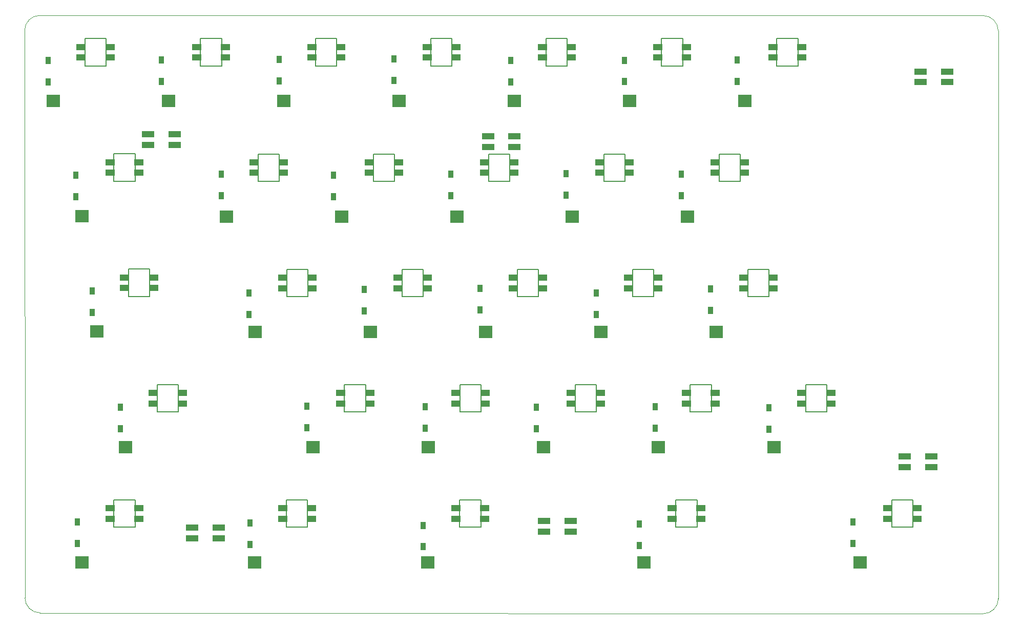
<source format=gtp>
G04 #@! TF.GenerationSoftware,KiCad,Pcbnew,(6.0.7)*
G04 #@! TF.CreationDate,2022-08-10T15:43:25+00:00*
G04 #@! TF.ProjectId,zzsplit,7a7a7370-6c69-4742-9e6b-696361645f70,rev?*
G04 #@! TF.SameCoordinates,Original*
G04 #@! TF.FileFunction,Paste,Top*
G04 #@! TF.FilePolarity,Positive*
%FSLAX46Y46*%
G04 Gerber Fmt 4.6, Leading zero omitted, Abs format (unit mm)*
G04 Created by KiCad (PCBNEW (6.0.7)) date 2022-08-10 15:43:25*
%MOMM*%
%LPD*%
G01*
G04 APERTURE LIST*
G04 #@! TA.AperFunction,Profile*
%ADD10C,0.150000*%
G04 #@! TD*
G04 #@! TA.AperFunction,Profile*
%ADD11C,0.100000*%
G04 #@! TD*
%ADD12R,0.950000X1.300000*%
%ADD13R,2.000000X1.000000*%
%ADD14R,1.600000X1.000000*%
%ADD15R,2.300000X2.000000*%
G04 APERTURE END LIST*
D10*
X127620000Y-104490000D02*
X131120000Y-104490000D01*
X70460000Y-128070000D02*
X70460000Y-123570000D01*
X151440000Y-66360000D02*
X154940000Y-66360000D01*
X65690000Y-51800000D02*
X65690000Y-47300000D01*
X135890000Y-66360000D02*
X135890000Y-70860000D01*
D11*
X58200000Y-43460000D02*
X214110000Y-43490001D01*
D10*
X72850000Y-85400000D02*
X76350000Y-85400000D01*
X154940000Y-70860000D02*
X151440000Y-70860000D01*
D11*
X55740000Y-139720000D02*
G75*
G03*
X58240000Y-142220000I2500000J0D01*
G01*
D10*
X164450000Y-47300000D02*
X164450000Y-51800000D01*
X165700000Y-108980000D02*
X165700000Y-104480000D01*
X107290000Y-51800000D02*
X103790000Y-51800000D01*
X166830000Y-123540000D02*
X166830000Y-128040000D01*
X141890000Y-51800000D02*
X141890000Y-47300000D01*
X199040000Y-123550000D02*
X202540000Y-123550000D01*
X65690000Y-47300000D02*
X69190000Y-47300000D01*
X131120000Y-104490000D02*
X131120000Y-108990000D01*
X160950000Y-47300000D02*
X164450000Y-47300000D01*
X121600000Y-89930000D02*
X118100000Y-89930000D01*
X169200000Y-108980000D02*
X165700000Y-108980000D01*
X180000000Y-51800000D02*
X180000000Y-47300000D01*
X84750000Y-47300000D02*
X88250000Y-47300000D01*
X132390000Y-66360000D02*
X135890000Y-66360000D01*
X99050000Y-89930000D02*
X99050000Y-85430000D01*
X97790000Y-66360000D02*
X97790000Y-70860000D01*
X163330000Y-128040000D02*
X163330000Y-123540000D01*
D11*
X216600019Y-45990000D02*
X216630000Y-139850000D01*
D10*
X154940000Y-66360000D02*
X154940000Y-70860000D01*
X73960000Y-123570000D02*
X73960000Y-128070000D01*
X116830000Y-66360000D02*
X116830000Y-70860000D01*
X151440000Y-70860000D02*
X151440000Y-66360000D01*
X99050000Y-85430000D02*
X102550000Y-85430000D01*
X103790000Y-47300000D02*
X107290000Y-47300000D01*
X113330000Y-70860000D02*
X113330000Y-66360000D01*
X77610000Y-104520000D02*
X81110000Y-104520000D01*
X112060000Y-104500000D02*
X112060000Y-109000000D01*
X69190000Y-47300000D02*
X69190000Y-51800000D01*
X140650000Y-85420000D02*
X140650000Y-89920000D01*
X107290000Y-47300000D02*
X107290000Y-51800000D01*
X146670000Y-108990000D02*
X146670000Y-104490000D01*
X84750000Y-51800000D02*
X84750000Y-47300000D01*
X116830000Y-70860000D02*
X113330000Y-70860000D01*
X118100000Y-85430000D02*
X121600000Y-85430000D01*
X170490000Y-66360000D02*
X173990000Y-66360000D01*
X118100000Y-89930000D02*
X118100000Y-85430000D01*
X127610000Y-128050000D02*
X127610000Y-123550000D01*
X88250000Y-47300000D02*
X88250000Y-51800000D01*
X126340000Y-47300000D02*
X126340000Y-51800000D01*
X94290000Y-70860000D02*
X94290000Y-66360000D01*
X103790000Y-51800000D02*
X103790000Y-47300000D01*
X98960000Y-123560000D02*
X102460000Y-123560000D01*
X180000000Y-47300000D02*
X183500000Y-47300000D01*
X159700000Y-85420000D02*
X159700000Y-89920000D01*
X102550000Y-89930000D02*
X99050000Y-89930000D01*
X102460000Y-128060000D02*
X98960000Y-128060000D01*
X173990000Y-66360000D02*
X173990000Y-70860000D01*
X173990000Y-70860000D02*
X170490000Y-70860000D01*
X183500000Y-47300000D02*
X183500000Y-51800000D01*
X131110000Y-123550000D02*
X131110000Y-128050000D01*
D11*
X214109920Y-142359980D02*
X58240000Y-142220000D01*
D10*
X178750000Y-85430000D02*
X178750000Y-89930000D01*
X97790000Y-70860000D02*
X94290000Y-70860000D01*
D11*
X55700000Y-45960000D02*
X55740000Y-139720000D01*
D10*
X72850000Y-89900000D02*
X72850000Y-85400000D01*
X150170000Y-108990000D02*
X146670000Y-108990000D01*
X188270000Y-104490000D02*
X188270000Y-108990000D01*
X70460000Y-123570000D02*
X73960000Y-123570000D01*
X175250000Y-85430000D02*
X178750000Y-85430000D01*
X81110000Y-109020000D02*
X77610000Y-109020000D01*
X98960000Y-128060000D02*
X98960000Y-123560000D01*
X156200000Y-89920000D02*
X156200000Y-85420000D01*
X132390000Y-70860000D02*
X132390000Y-66360000D01*
X73950000Y-70850000D02*
X70450000Y-70850000D01*
X146670000Y-104490000D02*
X150170000Y-104490000D01*
X122840000Y-51800000D02*
X122840000Y-47300000D01*
X112060000Y-109000000D02*
X108560000Y-109000000D01*
X202540000Y-128050000D02*
X199040000Y-128050000D01*
X70450000Y-66350000D02*
X73950000Y-66350000D01*
X126340000Y-51800000D02*
X122840000Y-51800000D01*
X122840000Y-47300000D02*
X126340000Y-47300000D01*
X131120000Y-108990000D02*
X127620000Y-108990000D01*
X121600000Y-85430000D02*
X121600000Y-89930000D01*
X108560000Y-104500000D02*
X112060000Y-104500000D01*
X165700000Y-104480000D02*
X169200000Y-104480000D01*
X113330000Y-66360000D02*
X116830000Y-66360000D01*
X108560000Y-109000000D02*
X108560000Y-104500000D01*
X94290000Y-66360000D02*
X97790000Y-66360000D01*
X73950000Y-66350000D02*
X73950000Y-70850000D01*
D11*
X214109920Y-142359980D02*
G75*
G03*
X216630000Y-139850000I10080J2509980D01*
G01*
D10*
X102550000Y-85430000D02*
X102550000Y-89930000D01*
X202540000Y-123550000D02*
X202540000Y-128050000D01*
X156200000Y-85420000D02*
X159700000Y-85420000D01*
X127610000Y-123550000D02*
X131110000Y-123550000D01*
X164450000Y-51800000D02*
X160950000Y-51800000D01*
X141890000Y-47300000D02*
X145390000Y-47300000D01*
X76350000Y-89900000D02*
X72850000Y-89900000D01*
D11*
X216600019Y-45990000D02*
G75*
G03*
X214110000Y-43490001I-2500019J0D01*
G01*
D10*
X137150000Y-85420000D02*
X140650000Y-85420000D01*
X140650000Y-89920000D02*
X137150000Y-89920000D01*
X76350000Y-85400000D02*
X76350000Y-89900000D01*
X102460000Y-123560000D02*
X102460000Y-128060000D01*
X178750000Y-89930000D02*
X175250000Y-89930000D01*
X145390000Y-47300000D02*
X145390000Y-51800000D01*
X73960000Y-128070000D02*
X70460000Y-128070000D01*
X159700000Y-89920000D02*
X156200000Y-89920000D01*
X184770000Y-108990000D02*
X184770000Y-104490000D01*
X137150000Y-89920000D02*
X137150000Y-85420000D01*
X169200000Y-104480000D02*
X169200000Y-108980000D01*
X183500000Y-51800000D02*
X180000000Y-51800000D01*
X170490000Y-70860000D02*
X170490000Y-66360000D01*
X166830000Y-128040000D02*
X163330000Y-128040000D01*
X70450000Y-70850000D02*
X70450000Y-66350000D01*
X175250000Y-89930000D02*
X175250000Y-85430000D01*
X188270000Y-108990000D02*
X184770000Y-108990000D01*
X184770000Y-104490000D02*
X188270000Y-104490000D01*
X81110000Y-104520000D02*
X81110000Y-109020000D01*
X160950000Y-51800000D02*
X160950000Y-47300000D01*
X135890000Y-70860000D02*
X132390000Y-70860000D01*
X150170000Y-104490000D02*
X150170000Y-108990000D01*
X131110000Y-128050000D02*
X127610000Y-128050000D01*
X69190000Y-51800000D02*
X65690000Y-51800000D01*
X145390000Y-51800000D02*
X141890000Y-51800000D01*
D11*
X58200000Y-43460000D02*
G75*
G03*
X55700000Y-45960000I0J-2500000D01*
G01*
D10*
X88250000Y-51800000D02*
X84750000Y-51800000D01*
X77610000Y-109020000D02*
X77610000Y-104520000D01*
X163330000Y-123540000D02*
X166830000Y-123540000D01*
X127620000Y-108990000D02*
X127620000Y-104490000D01*
X199040000Y-128050000D02*
X199040000Y-123550000D01*
D12*
X157270000Y-131055000D03*
X157270000Y-127505000D03*
D13*
X132270000Y-63465000D03*
X132270000Y-65215000D03*
X136670000Y-65215000D03*
X136670000Y-63465000D03*
D14*
X77000000Y-86775001D03*
X77000000Y-88525001D03*
X72200000Y-88525001D03*
X72200000Y-86775001D03*
D15*
X67600000Y-95730001D03*
D14*
X188920000Y-105865000D03*
X188920000Y-107615000D03*
X184120000Y-107615000D03*
X184120000Y-105865000D03*
D15*
X179520000Y-114820000D03*
D14*
X136540000Y-67735000D03*
X136540000Y-69485000D03*
X131740000Y-69485000D03*
X131740000Y-67735000D03*
D15*
X127140000Y-76690000D03*
D12*
X121860000Y-111725000D03*
X121860000Y-108175000D03*
D14*
X160350000Y-86805000D03*
X160350000Y-88555000D03*
X155550000Y-88555000D03*
X155550000Y-86805000D03*
D15*
X150950000Y-95760000D03*
D13*
X141532100Y-127055000D03*
X141532100Y-128805000D03*
X145932100Y-128805000D03*
X145932100Y-127055000D03*
D12*
X97780000Y-54300000D03*
X97780000Y-50750000D03*
X92760000Y-92870000D03*
X92760000Y-89320000D03*
X126150000Y-73250000D03*
X126150000Y-69700000D03*
X136000000Y-54435000D03*
X136000000Y-50885000D03*
X92950000Y-130885000D03*
X92950000Y-127335000D03*
D14*
X203190000Y-124925000D03*
X203190000Y-126675000D03*
X198390000Y-126675000D03*
X198390000Y-124925000D03*
D15*
X193790000Y-133880000D03*
D12*
X88200000Y-73290000D03*
X88200000Y-69740000D03*
D14*
X169850000Y-105855000D03*
X169850000Y-107605000D03*
X165050000Y-107605000D03*
X165050000Y-105855000D03*
D15*
X160450000Y-114810000D03*
D14*
X69840000Y-48675000D03*
X69840000Y-50425000D03*
X65040000Y-50425000D03*
X65040000Y-48675000D03*
D15*
X60440000Y-57630000D03*
D12*
X140310000Y-111765000D03*
X140310000Y-108215000D03*
X169070000Y-92185000D03*
X169070000Y-88635000D03*
X130950000Y-92145000D03*
X130950000Y-88595000D03*
D13*
X203780000Y-52745000D03*
X203780000Y-54495000D03*
X208180000Y-54495000D03*
X208180000Y-52745000D03*
D12*
X173440000Y-54360000D03*
X173440000Y-50810000D03*
X102330000Y-111600000D03*
X102330000Y-108050000D03*
X192570000Y-130755000D03*
X192570000Y-127205000D03*
X164200000Y-73220000D03*
X164200000Y-69670000D03*
D14*
X184145000Y-48675000D03*
X184145000Y-50425000D03*
X179345000Y-50425000D03*
X179345000Y-48675000D03*
D15*
X174745000Y-57630000D03*
D12*
X159950000Y-111695000D03*
X159950000Y-108145000D03*
X106780000Y-73420000D03*
X106780000Y-69870000D03*
D14*
X179400000Y-86805000D03*
X179400000Y-88555000D03*
X174600000Y-88555000D03*
X174600000Y-86805000D03*
D15*
X170000000Y-95760000D03*
D14*
X167480000Y-124915000D03*
X167480000Y-126665000D03*
X162680000Y-126665000D03*
X162680000Y-124915000D03*
D15*
X158080000Y-133870000D03*
D12*
X66870000Y-92595000D03*
X66870000Y-89045000D03*
D14*
X155590000Y-67735000D03*
X155590000Y-69485000D03*
X150790000Y-69485000D03*
X150790000Y-67735000D03*
D15*
X146190000Y-76690000D03*
D14*
X174640000Y-67735000D03*
X174640000Y-69485000D03*
X169840000Y-69485000D03*
X169840000Y-67735000D03*
D15*
X165240000Y-76690000D03*
D13*
X205540000Y-118125000D03*
X205540000Y-116375000D03*
X201140000Y-116375000D03*
X201140000Y-118125000D03*
D14*
X141300000Y-86805000D03*
X141300000Y-88555000D03*
X136500000Y-88555000D03*
X136500000Y-86805000D03*
D15*
X131900000Y-95760000D03*
D14*
X126995000Y-48675000D03*
X126995000Y-50425000D03*
X122195000Y-50425000D03*
X122195000Y-48675000D03*
D15*
X117595000Y-57630000D03*
D14*
X74600000Y-67715000D03*
X74600000Y-69465000D03*
X69800000Y-69465000D03*
X69800000Y-67715000D03*
D15*
X65200000Y-76670000D03*
D12*
X64180000Y-73445000D03*
X64180000Y-69895000D03*
D13*
X76122100Y-63095000D03*
X76122100Y-64845000D03*
X80522100Y-64845000D03*
X80522100Y-63095000D03*
D12*
X111820000Y-92315000D03*
X111820000Y-88765000D03*
X121590000Y-131295000D03*
X121590000Y-127745000D03*
D14*
X150820000Y-105865000D03*
X150820000Y-107615000D03*
X146020000Y-107615000D03*
X146020000Y-105865000D03*
D15*
X141420000Y-114820000D03*
D14*
X81760000Y-105895000D03*
X81760000Y-107645000D03*
X76960000Y-107645000D03*
X76960000Y-105895000D03*
D15*
X72360000Y-114850000D03*
D14*
X131770000Y-105865000D03*
X131770000Y-107615000D03*
X126970000Y-107615000D03*
X126970000Y-105865000D03*
D15*
X122370000Y-114820000D03*
D14*
X74610000Y-124945001D03*
X74610000Y-126695001D03*
X69810000Y-126695001D03*
X69810000Y-124945001D03*
D15*
X65210000Y-133900001D03*
D12*
X64410000Y-130765000D03*
X64410000Y-127215000D03*
D13*
X83362100Y-128125000D03*
X83362100Y-129875000D03*
X87762100Y-129875000D03*
X87762100Y-128125000D03*
D12*
X178740000Y-111865000D03*
X178740000Y-108315000D03*
X154850000Y-54415000D03*
X154850000Y-50865000D03*
X145170000Y-73190000D03*
X145170000Y-69640000D03*
D14*
X122250000Y-86805000D03*
X122250000Y-88555000D03*
X117450000Y-88555000D03*
X117450000Y-86805000D03*
D15*
X112850000Y-95760000D03*
D14*
X165095000Y-48675000D03*
X165095000Y-50425000D03*
X160295000Y-50425000D03*
X160295000Y-48675000D03*
D15*
X155695000Y-57630000D03*
D14*
X107945000Y-48675000D03*
X107945000Y-50425000D03*
X103145000Y-50425000D03*
X103145000Y-48675000D03*
D15*
X98545000Y-57630000D03*
D14*
X131760000Y-124925000D03*
X131760000Y-126675000D03*
X126960000Y-126675000D03*
X126960000Y-124925000D03*
D15*
X122360000Y-133880000D03*
D14*
X98440000Y-67735000D03*
X98440000Y-69485000D03*
X93640000Y-69485000D03*
X93640000Y-67735000D03*
D15*
X89040000Y-76690000D03*
D14*
X88895000Y-48675000D03*
X88895000Y-50425000D03*
X84095000Y-50425000D03*
X84095000Y-48675000D03*
D15*
X79495000Y-57630000D03*
D14*
X103120000Y-124935000D03*
X103120000Y-126685000D03*
X98320000Y-126685000D03*
X98320000Y-124935000D03*
D15*
X93720000Y-133890000D03*
D12*
X116770000Y-54180000D03*
X116770000Y-50630000D03*
X78280000Y-54350000D03*
X78280000Y-50800000D03*
X150210000Y-92895000D03*
X150210000Y-89345000D03*
D14*
X112720000Y-105865000D03*
X112720000Y-107615000D03*
X107920000Y-107615000D03*
X107920000Y-105865000D03*
D15*
X103320000Y-114820000D03*
D14*
X146045000Y-48675000D03*
X146045000Y-50425000D03*
X141245000Y-50425000D03*
X141245000Y-48675000D03*
D15*
X136645000Y-57630000D03*
D14*
X103200000Y-86805000D03*
X103200000Y-88555000D03*
X98400000Y-88555000D03*
X98400000Y-86805000D03*
D15*
X93800000Y-95760000D03*
D12*
X71480000Y-111740000D03*
X71480000Y-108190000D03*
X59570000Y-54490000D03*
X59570000Y-50940000D03*
D14*
X117490000Y-67735000D03*
X117490000Y-69485000D03*
X112690000Y-69485000D03*
X112690000Y-67735000D03*
D15*
X108090000Y-76690000D03*
M02*

</source>
